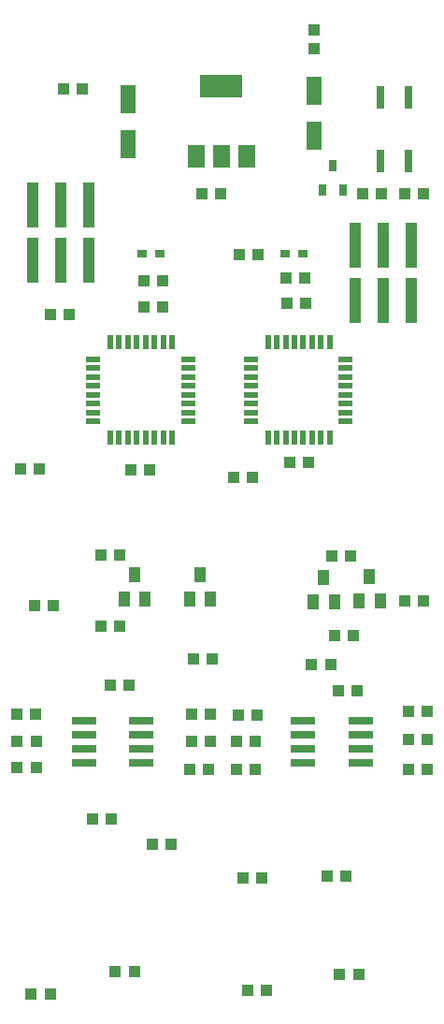
<source format=gtp>
G04 DipTrace 3.2.0.1*
G04 twigs02.GTP*
%MOIN*%
G04 #@! TF.FileFunction,Paste,Top*
G04 #@! TF.Part,Single*
%AMOUTLINE0*
4,1,4,
0.027559,-0.051181,
0.027559,0.051181,
-0.027559,0.051181,
-0.027559,-0.051181,
0.027559,-0.051181,
0*%
%AMOUTLINE1*
4,1,4,
0.01378,0.019685,
-0.01378,0.019685,
-0.01378,-0.019685,
0.01378,-0.019685,
0.01378,0.019685,
0*%
%AMOUTLINE2*
4,1,4,
0.0295,0.0395,
-0.0295,0.0395,
-0.0295,-0.0395,
0.0295,-0.0395,
0.0295,0.0395,
0*%
%AMOUTLINE3*
4,1,4,
0.075,0.0395,
-0.075,0.0395,
-0.075,-0.0395,
0.075,-0.0395,
0.075,0.0395,
0*%
%AMOUTLINE5*
4,1,4,
0.043307,-0.011811,
0.043307,0.011811,
-0.043307,0.011811,
-0.043307,-0.011811,
0.043307,-0.011811,
0*%
%AMOUTLINE6*
4,1,4,
-0.011,0.025,
-0.011,-0.025,
0.011,-0.025,
0.011,0.025,
-0.011,0.025,
0*%
%AMOUTLINE7*
4,1,4,
-0.025,0.011,
-0.025,-0.011,
0.025,-0.011,
0.025,0.011,
-0.025,0.011,
0*%
%AMOUTLINE8*
4,1,4,
0.016732,0.01378,
-0.016732,0.01378,
-0.016732,-0.01378,
0.016732,-0.01378,
0.016732,0.01378,
0*%
%AMOUTLINE9*
4,1,4,
0.019685,0.027559,
-0.019685,0.027559,
-0.019685,-0.027559,
0.019685,-0.027559,
0.019685,0.027559,
0*%
%ADD26R,0.043307X0.03937*%
%ADD37R,0.03937X0.043307*%
%ADD57R,0.042X0.158929*%
%ADD65R,0.03137X0.078614*%
%ADD71OUTLINE0*%
%ADD72OUTLINE1*%
%ADD73OUTLINE2*%
%ADD74OUTLINE3*%
%ADD76OUTLINE5*%
%ADD77OUTLINE6*%
%ADD78OUTLINE7*%
%ADD79OUTLINE8*%
%ADD80OUTLINE9*%
%FSLAX26Y26*%
G04*
G70*
G90*
G75*
G01*
G04 TopPaste*
%LPD*%
D71*
X831569Y3663384D3*
Y3824801D3*
D26*
X1160913Y3487514D3*
X1093984D3*
D71*
X1495691Y3694631D3*
Y3856048D3*
D65*
X1729603Y3606251D3*
X1829603D3*
Y3831054D3*
X1729603D3*
D72*
X1523375Y3500012D3*
X1598178D3*
X1560777Y3586627D3*
D73*
X1075728Y3622530D3*
X1165728D3*
X1255728D3*
D74*
X1164728Y3870530D3*
D26*
X1735853Y3487514D3*
X1668923D3*
X1817094D3*
X1884023D3*
X1648412Y1719089D3*
X1581483D3*
X1898412Y1644089D3*
X1831483D3*
X1225233Y1631590D3*
X1292162D3*
X1473380Y2531364D3*
X1406451D3*
X1463084Y3099489D3*
X1396154D3*
X1461619Y3187683D3*
X1394690D3*
D76*
X1454662Y1612839D3*
Y1562839D3*
Y1512839D3*
Y1462839D3*
X1659387D3*
Y1512839D3*
Y1562839D3*
Y1612839D3*
D77*
X1329662Y2619089D3*
X1361158D3*
X1392654D3*
X1424151D3*
X1455647D3*
X1487143D3*
X1518639D3*
X1550135D3*
D78*
X1608899Y2677852D3*
Y2709348D3*
Y2740845D3*
Y2772341D3*
Y2803837D3*
Y2835333D3*
Y2866829D3*
Y2898325D3*
D77*
X1550135Y2957089D3*
X1518639D3*
X1487143D3*
X1455647D3*
X1424151D3*
X1392654D3*
X1361158D3*
X1329662D3*
D78*
X1270899Y2898325D3*
Y2866829D3*
Y2835333D3*
Y2803837D3*
Y2772341D3*
Y2740845D3*
Y2709348D3*
Y2677852D3*
D57*
X1642162Y3108079D3*
X1742162D3*
X1842162D3*
Y3305324D3*
X1742162D3*
X1642162D3*
D79*
X1391729Y3273938D3*
X1454721D3*
D80*
X1491282Y2035623D3*
X1528683Y2122237D3*
X1566085Y2035623D3*
X1654889Y2038183D3*
X1692291Y2124797D3*
X1729693Y2038183D3*
D26*
X1885912Y2037839D3*
X1818983D3*
X1898412Y1544089D3*
X1831483D3*
X1829662Y1437839D3*
X1896591D3*
X1485912Y1812839D3*
X1552841D3*
X1284091Y1437839D3*
X1217162D3*
X1218984Y1537839D3*
X1285913D3*
X1566821Y1913023D3*
X1633750D3*
D37*
X1495057Y4004043D3*
Y4070972D3*
D26*
X1258698Y652553D3*
X1325627D3*
X1239948Y1052553D3*
X1306878D3*
X1228336Y3271137D3*
X1295265D3*
X1652841Y706589D3*
X1585912D3*
X1609091Y1056589D3*
X1542162D3*
X1623233Y2196927D3*
X1556304D3*
X1206038Y2478064D3*
X1272967D3*
X835912Y1737839D3*
X768983D3*
X1125627Y1635625D3*
X1058698D3*
X433696Y1633801D3*
X500626D3*
X906876Y2504373D3*
X839947D3*
X955918Y3084561D3*
X888989D3*
X953410Y3179293D3*
X886481D3*
D76*
X673412Y1612839D3*
Y1562839D3*
Y1512839D3*
Y1462839D3*
X878136D3*
Y1512839D3*
Y1562839D3*
Y1612839D3*
D77*
X767162Y2619090D3*
X798658D3*
X830154D3*
X861651D3*
X893147D3*
X924643D3*
X956139D3*
X987635D3*
D78*
X1046399Y2677854D3*
Y2709350D3*
Y2740846D3*
Y2772342D3*
Y2803838D3*
Y2835334D3*
Y2866830D3*
Y2898326D3*
D77*
X987635Y2957090D3*
X956139D3*
X924643D3*
X893147D3*
X861651D3*
X830154D3*
X798658D3*
X767162D3*
D78*
X708399Y2898326D3*
Y2866830D3*
Y2835334D3*
Y2803838D3*
Y2772342D3*
Y2740846D3*
Y2709350D3*
Y2677854D3*
D57*
X492233Y3250039D3*
X592233D3*
X692233D3*
Y3447283D3*
X592233D3*
X492233D3*
D79*
X881175Y3273666D3*
X944168D3*
D80*
X817162Y2044089D3*
X854564Y2130703D3*
X891965Y2044089D3*
X1050900D3*
X1088301Y2130703D3*
X1125703Y2044089D3*
D26*
X1129662Y1831589D3*
X1062733D3*
X1123412Y1537839D3*
X1056483D3*
X1050233Y1437839D3*
X1117162D3*
X565173Y2019734D3*
X498244D3*
X502841Y1444089D3*
X435912D3*
Y1537837D3*
X502841D3*
X802127Y1947834D3*
X735198D3*
X600779Y3862842D3*
X667708D3*
X485912Y637839D3*
X552841D3*
X704711Y1262747D3*
X771640D3*
X552971Y3057577D3*
X619900D3*
X852841Y719089D3*
X785912D3*
X984660Y1172783D3*
X917731D3*
X800593Y2201285D3*
X733664D3*
X448488Y2506367D3*
X515417D3*
M02*

</source>
